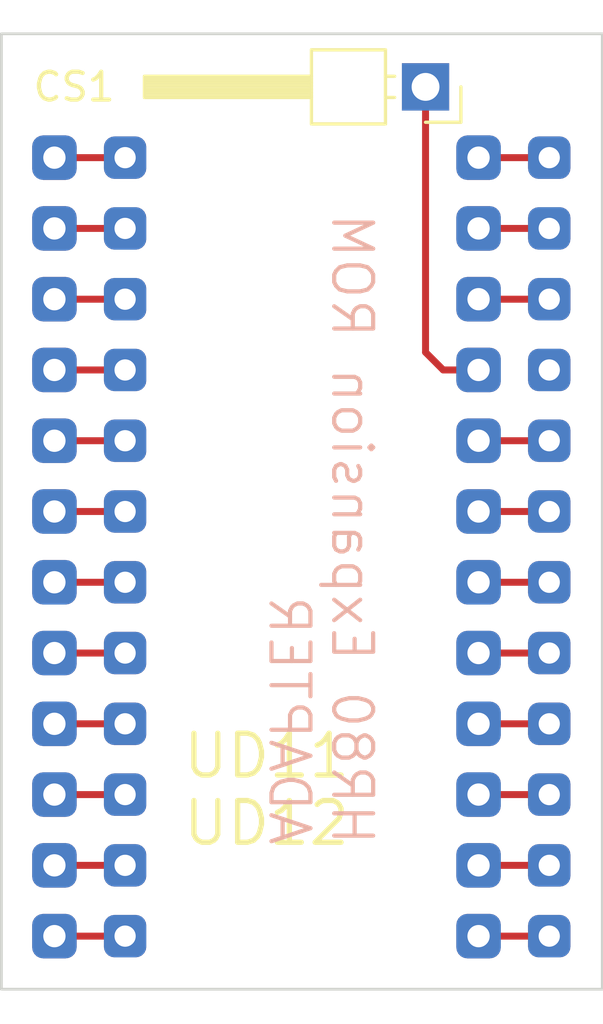
<source format=kicad_pcb>
(kicad_pcb (version 20240108) (generator "pcbnew") (generator_version "8.0")
  (title_block (title "EXTENSION ROM ADAPTER") (date "2023-02-21") (rev "V001") (comment 2 "creativecommons.org/licenses/by-sa/4.0/") (comment 3 "License: CC BY-SA 4.0") (comment 4 "Author: InsaneDruid"))
  (layers (0 "F.Cu" signal) (31 "B.Cu" signal) (34 "B.Paste" user) (35 "F.Paste" user) (36 "B.SilkS" user "B.Silkscreen") (37 "F.SilkS" user "F.Silkscreen") (38 "B.Mask" user) (39 "F.Mask" user) (44 "Edge.Cuts" user))
  (net 0 "")
  (net 2 "/A7")
  (net 3 "/A6")
  (net 4 "/A5")
  (net 5 "/A4")
  (net 6 "/A3")
  (net 7 "/A2")
  (net 8 "/A1")
  (net 9 "/A0")
  (net 10 "/D0")
  (net 11 "/D1")
  (net 12 "/D2")
  (net 13 "GND")
  (net 14 "/D3")
  (net 15 "/D4")
  (net 16 "/D5")
  (net 17 "/D6")
  (net 18 "/D7")
  (net 19 "/A11")
  (net 20 "/A10")
  (net 21 "Net-(J1-~{CS2})")
  (net 22 "/A9")
  (net 23 "/A8")
  (net 24 "+5V")
  (net 25 "/CS1")
  (footprint "hrXX_lib_fp:DIP-24_W15.24mm_Adapter_Rectangularpads" (layer "F.Cu") (at 91.44 60.96)
    (property "Reference" "J1" (hide yes))
    (property "Value" "2332_Adapter")
    (pad "1" thru_hole roundrect (at 0 0) (size 1.524 1.524) (drill 0.762) (layers "*.Cu" "*.Mask") (net 2 "/A7"))
    (pad "2" thru_hole roundrect (at 0 2.54) (size 1.524 1.524) (drill 0.762) (layers "*.Cu" "*.Mask") (net 3 "/A6"))
    (pad "3" thru_hole roundrect (at 0 5.08) (size 1.524 1.524) (drill 0.762) (layers "*.Cu" "*.Mask") (net 4 "/A5"))
    (pad "4" thru_hole roundrect (at 0 7.62) (size 1.524 1.524) (drill 0.762) (layers "*.Cu" "*.Mask") (net 5 "/A4"))
    (pad "5" thru_hole roundrect (at 0 10.16) (size 1.524 1.524) (drill 0.762) (layers "*.Cu" "*.Mask") (net 6 "/A3"))
    (pad "6" thru_hole roundrect (at 0 12.7) (size 1.524 1.524) (drill 0.762) (layers "*.Cu" "*.Mask") (net 7 "/A2"))
    (pad "7" thru_hole roundrect (at 0 15.24) (size 1.524 1.524) (drill 0.762) (layers "*.Cu" "*.Mask") (net 8 "/A1"))
    (pad "8" thru_hole roundrect (at 0 17.78) (size 1.524 1.524) (drill 0.762) (layers "*.Cu" "*.Mask") (net 9 "/A0"))
    (pad "9" thru_hole roundrect (at 0 20.32) (size 1.524 1.524) (drill 0.762) (layers "*.Cu" "*.Mask") (net 10 "/D0"))
    (pad "10" thru_hole roundrect (at 0 22.86) (size 1.524 1.524) (drill 0.762) (layers "*.Cu" "*.Mask") (net 11 "/D1"))
    (pad "11" thru_hole roundrect (at 0 25.4) (size 1.524 1.524) (drill 0.762) (layers "*.Cu" "*.Mask") (net 12 "/D2"))
    (pad "12" thru_hole roundrect (at 0 27.94) (size 1.524 1.524) (drill 0.762) (layers "*.Cu" "*.Mask") (net 13 "GND"))
    (pad "13" thru_hole roundrect (at 15.24 27.94) (size 1.524 1.524) (drill 0.762) (layers "*.Cu" "*.Mask") (net 14 "/D3"))
    (pad "14" thru_hole roundrect (at 15.24 25.4) (size 1.524 1.524) (drill 0.762) (layers "*.Cu" "*.Mask") (net 15 "/D4"))
    (pad "15" thru_hole roundrect (at 15.24 22.86) (size 1.524 1.524) (drill 0.762) (layers "*.Cu" "*.Mask") (net 16 "/D5"))
    (pad "16" thru_hole roundrect (at 15.24 20.32) (size 1.524 1.524) (drill 0.762) (layers "*.Cu" "*.Mask") (net 17 "/D6"))
    (pad "17" thru_hole roundrect (at 15.24 17.78) (size 1.524 1.524) (drill 0.762) (layers "*.Cu" "*.Mask") (net 18 "/D7"))
    (pad "18" thru_hole roundrect (at 15.24 15.24) (size 1.524 1.524) (drill 0.762) (layers "*.Cu" "*.Mask") (net 19 "/A11"))
    (pad "19" thru_hole roundrect (at 15.24 12.7) (size 1.524 1.524) (drill 0.762) (layers "*.Cu" "*.Mask") (net 20 "/A10"))
    (pad "20" thru_hole roundrect (at 15.24 10.16) (size 1.524 1.524) (drill 0.762) (layers "*.Cu" "*.Mask") (net 21 "Net-(J1-~{CS2})"))
    (pad "21" thru_hole roundrect (at 15.24 7.62) (size 1.524 1.524) (drill 0.762) (layers "*.Cu" "*.Mask"))
    (pad "22" thru_hole roundrect (at 15.24 5.08) (size 1.524 1.524) (drill 0.762) (layers "*.Cu" "*.Mask") (net 22 "/A9"))
    (pad "23" thru_hole roundrect (at 15.24 2.54) (size 1.524 1.524) (drill 0.762) (layers "*.Cu" "*.Mask") (net 23 "/A8"))
    (pad "24" thru_hole roundrect (at 15.24 0) (size 1.524 1.524) (drill 0.762) (layers "*.Cu" "*.Mask") (net 24 "+5V"))
  )
  (footprint "Connector_PinHeader_2.54mm:PinHeader_1x01_P2.54mm_Horizontal" (layer "F.Cu") (at 102.235 58.42 180)
    (property "Reference" "CS1" (at 12.63 0 0) (layer "F.SilkS"))
    (property "Value" "Conn_01x01_Pin")
    (fp_line (start 10.1 0.38) (end 4.1 0.38) (stroke (width 0.12)) (layer "F.SilkS"))
    (fp_line (start 10.1 -0.38) (end 10.1 0.38) (stroke (width 0.12)) (layer "F.SilkS"))
    (fp_line (start 4.1 1.33) (end 4.1 -1.33) (stroke (width 0.12)) (layer "F.SilkS"))
    (fp_line (start 4.1 0.28) (end 10.1 0.28) (stroke (width 0.12)) (layer "F.SilkS"))
    (fp_line (start 4.1 0.16) (end 10.1 0.16) (stroke (width 0.12)) (layer "F.SilkS"))
    (fp_line (start 4.1 0.04) (end 10.1 0.04) (stroke (width 0.12)) (layer "F.SilkS"))
    (fp_line (start 4.1 -0.08) (end 10.1 -0.08) (stroke (width 0.12)) (layer "F.SilkS"))
    (fp_line (start 4.1 -0.2) (end 10.1 -0.2) (stroke (width 0.12)) (layer "F.SilkS"))
    (fp_line (start 4.1 -0.32) (end 10.1 -0.32) (stroke (width 0.12)) (layer "F.SilkS"))
    (fp_line (start 4.1 -0.38) (end 10.1 -0.38) (stroke (width 0.12)) (layer "F.SilkS"))
    (fp_line (start 4.1 -1.33) (end 1.44 -1.33) (stroke (width 0.12)) (layer "F.SilkS"))
    (fp_line (start 1.44 1.33) (end 4.1 1.33) (stroke (width 0.12)) (layer "F.SilkS"))
    (fp_line (start 1.44 -1.33) (end 1.44 1.33) (stroke (width 0.12)) (layer "F.SilkS"))
    (fp_line (start 1.11 0.38) (end 1.44 0.38) (stroke (width 0.12)) (layer "F.SilkS"))
    (fp_line (start 1.11 -0.38) (end 1.44 -0.38) (stroke (width 0.12)) (layer "F.SilkS"))
    (fp_line (start -1.27 0) (end -1.27 -1.27) (stroke (width 0.12)) (layer "F.SilkS"))
    (fp_line (start -1.27 -1.27) (end 0 -1.27) (stroke (width 0.12)) (layer "F.SilkS"))
    (pad "1" thru_hole rect (at 0 0 180) (size 1.7 1.7) (drill 1) (layers "*.Cu" "*.Mask") (net 25 "/CS1"))
  )
  (footprint "hrXX_lib_fp:DIP-24_W15.24mm_Socket_RectangularPads" (layer "F.Cu") (at 88.9 60.96)
    (property "Reference" "UD11" (hide yes))
    (property "Value" "2332A")
    (pad "1" thru_hole roundrect (at 0 0) (size 1.6 1.6) (drill 0.8) (layers "*.Cu" "*.Mask") (net 2 "/A7"))
    (pad "2" thru_hole roundrect (at 0 2.54) (size 1.6 1.6) (drill 0.8) (layers "*.Cu" "*.Mask") (net 3 "/A6"))
    (pad "3" thru_hole roundrect (at 0 5.08) (size 1.6 1.6) (drill 0.8) (layers "*.Cu" "*.Mask") (net 4 "/A5"))
    (pad "4" thru_hole roundrect (at 0 7.62) (size 1.6 1.6) (drill 0.8) (layers "*.Cu" "*.Mask") (net 5 "/A4"))
    (pad "5" thru_hole roundrect (at 0 10.16) (size 1.6 1.6) (drill 0.8) (layers "*.Cu" "*.Mask") (net 6 "/A3"))
    (pad "6" thru_hole roundrect (at 0 12.7) (size 1.6 1.6) (drill 0.8) (layers "*.Cu" "*.Mask") (net 7 "/A2"))
    (pad "7" thru_hole roundrect (at 0 15.24) (size 1.6 1.6) (drill 0.8) (layers "*.Cu" "*.Mask") (net 8 "/A1"))
    (pad "8" thru_hole roundrect (at 0 17.78) (size 1.6 1.6) (drill 0.8) (layers "*.Cu" "*.Mask") (net 9 "/A0"))
    (pad "9" thru_hole roundrect (at 0 20.32) (size 1.6 1.6) (drill 0.8) (layers "*.Cu" "*.Mask") (net 10 "/D0"))
    (pad "10" thru_hole roundrect (at 0 22.86) (size 1.6 1.6) (drill 0.8) (layers "*.Cu" "*.Mask") (net 11 "/D1"))
    (pad "11" thru_hole roundrect (at 0 25.4) (size 1.6 1.6) (drill 0.8) (layers "*.Cu" "*.Mask") (net 12 "/D2"))
    (pad "12" thru_hole roundrect (at 0 27.94) (size 1.6 1.6) (drill 0.8) (layers "*.Cu" "*.Mask") (net 13 "GND"))
    (pad "13" thru_hole roundrect (at 15.24 27.94) (size 1.6 1.6) (drill 0.8) (layers "*.Cu" "*.Mask") (net 14 "/D3"))
    (pad "14" thru_hole roundrect (at 15.24 25.4) (size 1.6 1.6) (drill 0.8) (layers "*.Cu" "*.Mask") (net 15 "/D4"))
    (pad "15" thru_hole roundrect (at 15.24 22.86) (size 1.6 1.6) (drill 0.8) (layers "*.Cu" "*.Mask") (net 16 "/D5"))
    (pad "16" thru_hole roundrect (at 15.24 20.32) (size 1.6 1.6) (drill 0.8) (layers "*.Cu" "*.Mask") (net 17 "/D6"))
    (pad "17" thru_hole roundrect (at 15.24 17.78) (size 1.6 1.6) (drill 0.8) (layers "*.Cu" "*.Mask") (net 18 "/D7"))
    (pad "18" thru_hole roundrect (at 15.24 15.24) (size 1.6 1.6) (drill 0.8) (layers "*.Cu" "*.Mask") (net 19 "/A11"))
    (pad "19" thru_hole roundrect (at 15.24 12.7) (size 1.6 1.6) (drill 0.8) (layers "*.Cu" "*.Mask") (net 20 "/A10"))
    (pad "20" thru_hole roundrect (at 15.24 10.16) (size 1.6 1.6) (drill 0.8) (layers "*.Cu" "*.Mask") (net 21 "Net-(J1-~{CS2})"))
    (pad "21" thru_hole roundrect (at 15.24 7.62) (size 1.6 1.6) (drill 0.8) (layers "*.Cu" "*.Mask") (net 25 "/CS1"))
    (pad "22" thru_hole roundrect (at 15.24 5.08) (size 1.6 1.6) (drill 0.8) (layers "*.Cu" "*.Mask") (net 22 "/A9"))
    (pad "23" thru_hole roundrect (at 15.24 2.54) (size 1.6 1.6) (drill 0.8) (layers "*.Cu" "*.Mask") (net 23 "/A8"))
    (pad "24" thru_hole roundrect (at 15.24 0) (size 1.6 1.6) (drill 0.8) (layers "*.Cu" "*.Mask") (net 24 "+5V"))
  )
  (gr_rect (start 86.995 56.515) (end 108.585 90.805) (stroke (width 0.1)) (fill none) (layer "Edge.Cuts"))
  (gr_text "HR80 Expansion ROM\nADAPTER" (at 96.52 85.725 -90) (layer "B.SilkS") (effects (font (size 1.4 1.4)) (justify left bottom mirror)))
  (gr_text "UD11\nUD12" (at 96.52 85.725 0) (layer "F.SilkS") (effects (font (size 1.5 1.5) (thickness 0.1875)) (justify bottom)))
  (segment (start 88.9 60.96) (end 91.44 60.96) (width 0.25) (layer "F.Cu") (net 2))
  (segment (start 88.9 63.5) (end 91.44 63.5) (width 0.25) (layer "F.Cu") (net 3))
  (segment (start 88.9 66.04) (end 91.44 66.04) (width 0.25) (layer "F.Cu") (net 4))
  (segment (start 88.9 68.58) (end 91.44 68.58) (width 0.25) (layer "F.Cu") (net 5))
  (segment (start 88.9 71.12) (end 91.44 71.12) (width 0.25) (layer "F.Cu") (net 6))
  (segment (start 88.9 73.66) (end 91.44 73.66) (width 0.25) (layer "F.Cu") (net 7))
  (segment (start 88.9 76.2) (end 91.44 76.2) (width 0.25) (layer "F.Cu") (net 8))
  (segment (start 88.9 78.74) (end 91.44 78.74) (width 0.25) (layer "F.Cu") (net 9))
  (segment (start 88.9 81.28) (end 91.44 81.28) (width 0.25) (layer "F.Cu") (net 10))
  (segment (start 88.9 83.82) (end 91.44 83.82) (width 0.25) (layer "F.Cu") (net 11))
  (segment (start 88.9 86.36) (end 91.44 86.36) (width 0.25) (layer "F.Cu") (net 12))
  (segment (start 88.9 88.9) (end 91.44 88.9) (width 0.25) (layer "F.Cu") (net 13))
  (segment (start 106.68 88.9) (end 104.14 88.9) (width 0.25) (layer "F.Cu") (net 14))
  (segment (start 104.14 86.36) (end 106.68 86.36) (width 0.25) (layer "F.Cu") (net 15))
  (segment (start 104.14 83.82) (end 106.68 83.82) (width 0.25) (layer "F.Cu") (net 16))
  (segment (start 104.14 81.28) (end 106.68 81.28) (width 0.25) (layer "F.Cu") (net 17))
  (segment (start 104.14 78.74) (end 106.68 78.74) (width 0.25) (layer "F.Cu") (net 18))
  (segment (start 104.14 76.2) (end 106.68 76.2) (width 0.25) (layer "F.Cu") (net 19))
  (segment (start 104.14 73.66) (end 106.68 73.66) (width 0.25) (layer "F.Cu") (net 20))
  (segment (start 104.14 71.12) (end 106.68 71.12) (width 0.25) (layer "F.Cu") (net 21))
  (segment (start 104.14 66.04) (end 106.68 66.04) (width 0.25) (layer "F.Cu") (net 22))
  (segment (start 104.14 63.5) (end 106.68 63.5) (width 0.25) (layer "F.Cu") (net 23))
  (segment (start 104.14 60.96) (end 106.68 60.96) (width 0.25) (layer "F.Cu") (net 24))
  (segment (start 102.87 68.58) (end 104.14 68.58) (width 0.25) (layer "F.Cu") (net 25))
  (segment (start 102.235 58.42) (end 102.235 67.945) (width 0.25) (layer "F.Cu") (net 25))
  (segment (start 102.235 67.945) (end 102.87 68.58) (width 0.25) (layer "F.Cu") (net 25))
)
</source>
